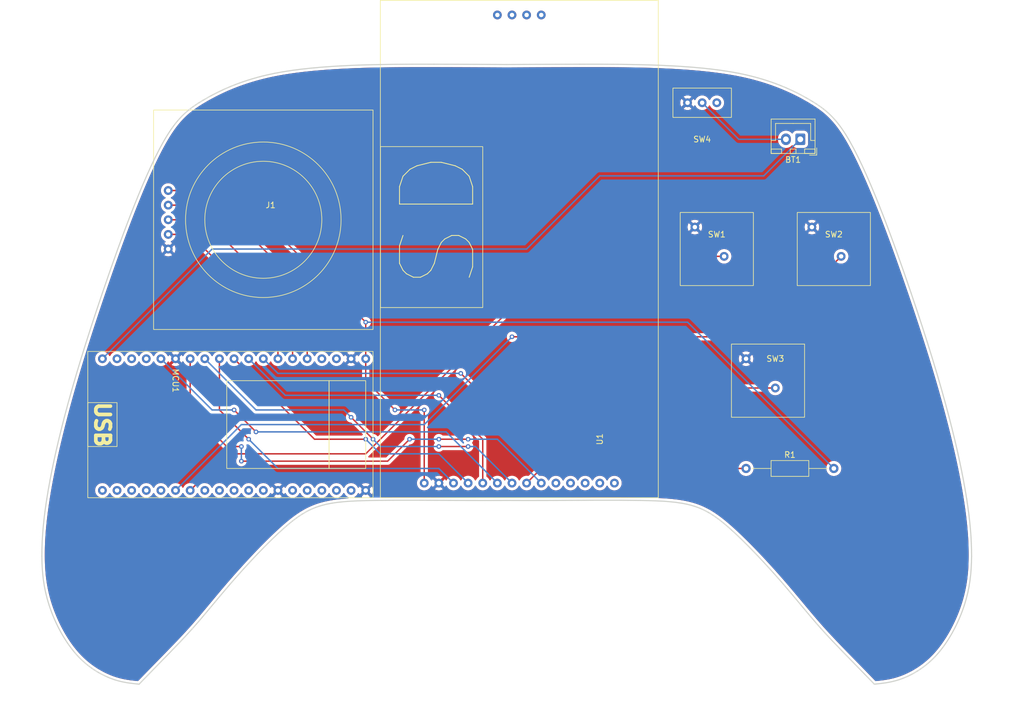
<source format=kicad_pcb>
(kicad_pcb (version 20211014) (generator pcbnew)
  (title_block (title "Rocket League 2D PCB") (date "2024-03-14") (rev "v0.6"))
  (layers (0 "F.Cu" signal) (31 "B.Cu" signal) (34 "B.Paste" user) (35 "F.Paste" user) (36 "B.SilkS" user "B.Silkscreen") (37 "F.SilkS" user "F.Silkscreen") (38 "B.Mask" user) (39 "F.Mask" user) (44 "Edge.Cuts" user))
  (net 0 "")
  (net 1 "VDC")
  (net 2 "Net-(BT1-Pad2)")
  (net 3 "+3V3")
  (net 4 "Net-(J1-Pad2)")
  (net 5 "Net-(J1-Pad3)")
  (net 6 "Net-(J1-Pad4)")
  (net 7 "GND")
  (net 10 "Net-(MCU1-Pad8)")
  (net 11 "Net-(MCU1-Pad9)")
  (net 12 "Net-(MCU1-Pad10)")
  (net 13 "Net-(MCU1-Pad11)")
  (net 14 "Net-(MCU1-Pad12)")
  (net 15 "Net-(MCU1-Pad13)")
  (net 16 "Net-(U1-Pad6)")
  (net 25 "Net-(MCU1-Pad25)")
  (net 26 "Net-(MCU1-Pad26)")
  (net 37 "Net-(U1-Pad8)")
  (footprint "Resistor_THT:R_Axial_DIN0207_L6.3mm_D2.5mm_P15.24mm_Horizontal" (layer "F.Cu") (at 187.96 104.14)
    (fp_text reference "R1" (at 7.62 -2.37) (layer "F.SilkS"))
    (fp_text value "330Ω")
    (fp_line (start 4.35 -1.37) (end 4.35 1.37) (layer "F.SilkS") (width 0.12))
    (fp_line (start 4.35 1.37) (end 10.89 1.37) (layer "F.SilkS") (width 0.12))
    (fp_line (start 10.89 -1.37) (end 4.35 -1.37) (layer "F.SilkS") (width 0.12))
    (fp_line (start 1.04 0) (end 4.35 0) (layer "F.SilkS") (width 0.12))
    (fp_line (start 10.89 1.37) (end 10.89 -1.37) (layer "F.SilkS") (width 0.12))
    (fp_line (start 14.2 0) (end 10.89 0) (layer "F.SilkS") (width 0.12))
    (pad "1" thru_hole circle (at 0 0) (size 1.6 1.6) (drill 0.8) (layers *.Cu *.Mask) (net 37 "Net-(U1-Pad8)"))
    (pad "2" thru_hole oval (at 15.24 0) (size 1.6 1.6) (drill 0.8) (layers *.Cu *.Mask) (net 3 "+3V3"))
  )
  (footprint "RL2D:FancyButton" (layer "F.Cu") (at 179.07 62.23)
    (fp_text reference "SW1" (at 3.81 1.27 unlocked) (layer "F.SilkS"))
    (fp_text value "SW_FancyButton")
    (fp_rect (start 10.16 -2.54) (end -2.54 10.16) (layer "F.SilkS") (width 0.12) (fill none))
    (pad "1" thru_hole circle (at 0 0) (size 1.524 1.524) (drill 0.762) (layers *.Cu *.Mask) (net 7 "GND"))
    (pad "2" thru_hole circle (at 5.08 5.08) (size 1.524 1.524) (drill 0.762) (layers *.Cu *.Mask) (net 26 "Net-(MCU1-Pad26)"))
  )
  (footprint "RL2D:ILI9341 2.8inch" (layer "F.Cu") (at 132.08 106.68 90)
    (fp_text reference "U1" (at 7.62 30.48 90 unlocked) (layer "F.SilkS"))
    (fp_text value "ILI9341 2.8\" TFT LCD")
    (fp_text user "SD" (at 45.72 2.54 90 unlocked) (layer "F.SilkS") (effects (font (size 12.7 12.7))))
    (fp_rect (start 83.82 -7.62) (end -2.54 40.64) (layer "F.SilkS") (width 0.12) (fill none))
    (fp_rect (start 58.42 -7.62) (end 30.48 10.16) (layer "F.SilkS") (width 0.12) (fill none))
    (pad "1" thru_hole circle (at 0 0 90) (size 1.524 1.524) (drill 0.762) (layers *.Cu *.Mask) (net 3 "+3V3"))
    (pad "2" thru_hole circle (at 0 2.54 90) (size 1.524 1.524) (drill 0.762) (layers *.Cu *.Mask) (net 7 "GND"))
    (pad "3" thru_hole circle (at 0 5.08 90) (size 1.524 1.524) (drill 0.762) (layers *.Cu *.Mask) (net 13 "Net-(MCU1-Pad11)"))
    (pad "4" thru_hole circle (at 0 7.62 90) (size 1.524 1.524) (drill 0.762) (layers *.Cu *.Mask) (net 12 "Net-(MCU1-Pad10)"))
    (pad "5" thru_hole circle (at 0 10.16 90) (size 1.524 1.524) (drill 0.762) (layers *.Cu *.Mask) (net 11 "Net-(MCU1-Pad9)"))
    (pad "6" thru_hole circle (at 0 12.7 90) (size 1.524 1.524) (drill 0.762) (layers *.Cu *.Mask) (net 16 "Net-(U1-Pad6)"))
    (pad "7" thru_hole circle (at 0 15.24 90) (size 1.524 1.524) (drill 0.762) (layers *.Cu *.Mask) (net 14 "Net-(MCU1-Pad12)"))
    (pad "8" thru_hole circle (at 0 17.78 90) (size 1.524 1.524) (drill 0.762) (layers *.Cu *.Mask) (net 37 "Net-(U1-Pad8)"))
    (pad "9" thru_hole circle (at 0 20.32 90) (size 1.524 1.524) (drill 0.762) (layers *.Cu *.Mask) (net 15 "Net-(MCU1-Pad13)"))
    (pad "10" thru_hole circle (at 0 22.86 90) (size 1.524 1.524) (drill 0.762) (layers *.Cu *.Mask))
    (pad "11" thru_hole circle (at 0 25.4 90) (size 1.524 1.524) (drill 0.762) (layers *.Cu *.Mask))
    (pad "12" thru_hole circle (at 0 27.94 90) (size 1.524 1.524) (drill 0.762) (layers *.Cu *.Mask))
    (pad "13" thru_hole circle (at 0 30.48 90) (size 1.524 1.524) (drill 0.762) (layers *.Cu *.Mask))
    (pad "14" thru_hole circle (at 0 33.02 90) (size 1.524 1.524) (drill 0.762) (layers *.Cu *.Mask))
    (pad "15" thru_hole circle (at 81.28 12.7 90) (size 1.524 1.524) (drill 0.762) (layers *.Cu *.Mask))
    (pad "16" thru_hole circle (at 81.28 15.24 90) (size 1.524 1.524) (drill 0.762) (layers *.Cu *.Mask))
    (pad "17" thru_hole circle (at 81.28 17.78 90) (size 1.524 1.524) (drill 0.762) (layers *.Cu *.Mask))
    (pad "18" thru_hole circle (at 81.28 20.32 90) (size 1.524 1.524) (drill 0.762) (layers *.Cu *.Mask))
  )
  (footprint "RL2D:FancyButton" (layer "F.Cu") (at 199.39 62.23)
    (fp_text reference "SW2" (at 3.81 1.27 unlocked) (layer "F.SilkS"))
    (fp_text value "SW_FancyButton")
    (fp_rect (start 10.16 -2.54) (end -2.54 10.16) (layer "F.SilkS") (width 0.12) (fill none))
    (pad "1" thru_hole circle (at 0 0) (size 1.524 1.524) (drill 0.762) (layers *.Cu *.Mask) (net 7 "GND"))
    (pad "2" thru_hole circle (at 5.08 5.08) (size 1.524 1.524) (drill 0.762) (layers *.Cu *.Mask) (net 25 "Net-(MCU1-Pad25)"))
  )
  (footprint "RL2D:Joystick" (layer "F.Cu") (at 104.14 60.96)
    (fp_text reference "J1" (at 1.27 -2.54 unlocked) (layer "F.SilkS"))
    (fp_text value "Steer_Joystick")
    (fp_rect (start 19.05 -19.05) (end -19.05 19.05) (layer "F.SilkS") (width 0.12) (fill none))
    (fp_circle (center 0 0) (end 0 10.16) (layer "F.SilkS") (width 0.12) (fill none))
    (fp_circle (center 0 0) (end -10.16 8.89) (layer "F.SilkS") (width 0.12) (fill none))
    (pad "1" thru_hole circle (at -16.51 -5.08) (size 1.524 1.524) (drill 0.762) (layers *.Cu *.Mask) (net 3 "+3V3"))
    (pad "2" thru_hole circle (at -16.51 -2.54) (size 1.524 1.524) (drill 0.762) (layers *.Cu *.Mask) (net 4 "Net-(J1-Pad2)"))
    (pad "3" thru_hole circle (at -16.51 0) (size 1.524 1.524) (drill 0.762) (layers *.Cu *.Mask) (net 5 "Net-(J1-Pad3)"))
    (pad "4" thru_hole circle (at -16.51 2.54) (size 1.524 1.524) (drill 0.762) (layers *.Cu *.Mask) (net 6 "Net-(J1-Pad4)"))
    (pad "5" thru_hole circle (at -16.51 5.08) (size 1.524 1.524) (drill 0.762) (layers *.Cu *.Mask) (net 7 "GND"))
  )
  (footprint "RL2D:FancyButton" (layer "F.Cu") (at 187.96 85.09)
    (fp_text reference "SW3" (at 5.08 0 unlocked) (layer "F.SilkS"))
    (fp_text value "SW_FancyButton")
    (fp_rect (start 10.16 -2.54) (end -2.54 10.16) (layer "F.SilkS") (width 0.12) (fill none))
    (pad "1" thru_hole circle (at 0 0) (size 1.524 1.524) (drill 0.762) (layers *.Cu *.Mask) (net 7 "GND"))
    (pad "2" thru_hole circle (at 5.08 5.08) (size 1.524 1.524) (drill 0.762) (layers *.Cu *.Mask) (net 10 "Net-(MCU1-Pad8)"))
  )
  (footprint "RL2D:ESP32" (layer "F.Cu") (at 121.92 85.09 -90)
    (fp_text reference "MCU1" (at 3.81 33.02 -90 unlocked) (layer "F.SilkS"))
    (fp_text value "ESP32_WROOM-32")
    (fp_text user "USB" (at 11.43 45.72 -90 unlocked) (layer "F.SilkS") (effects (font (size 2.54 2.54) (thickness 0.635))))
    (fp_rect (start 3.81 6.35) (end 19.05 24.13) (layer "F.SilkS") (width 0.12) (fill none))
    (fp_rect (start -1.27 -1.27) (end 24.13 48.26) (layer "F.SilkS") (width 0.12) (fill none))
    (fp_rect (start 7.62 48.26) (end 15.24 43.18) (layer "F.SilkS") (width 0.12) (fill none))
    (fp_rect (start 3.81 6.35) (end 19.05 0) (layer "F.SilkS") (width 0.12) (fill none))
    (pad "1" thru_hole circle (at 0 0 270) (size 1.524 1.524) (drill 0.762) (layers *.Cu *.Mask) (net 3 "+3V3"))
    (pad "2" thru_hole circle (at 0 33.02 270) (size 1.524 1.524) (drill 0.762) (layers *.Cu *.Mask) (net 7 "GND"))
    (pad "2" thru_hole circle (at 0 2.54 270) (size 1.524 1.524) (drill 0.762) (layers *.Cu *.Mask) (net 7 "GND"))
    (pad "2" thru_hole circle (at 22.86 0 270) (size 1.524 1.524) (drill 0.762) (layers *.Cu *.Mask) (net 7 "GND"))
    (pad "2" thru_hole circle (at 22.86 15.24 270) (size 1.524 1.524) (drill 0.762) (layers *.Cu *.Mask) (net 7 "GND"))
    (pad "3" thru_hole circle (at 0 5.08 270) (size 1.524 1.524) (drill 0.762) (layers *.Cu *.Mask))
    (pad "4" thru_hole circle (at 0 7.62 270) (size 1.524 1.524) (drill 0.762) (layers *.Cu *.Mask))
    (pad "5" thru_hole circle (at 0 10.16 270) (size 1.524 1.524) (drill 0.762) (layers *.Cu *.Mask) (net 4 "Net-(J1-Pad2)"))
    (pad "6" thru_hole circle (at 0 12.7 270) (size 1.524 1.524) (drill 0.762) (layers *.Cu *.Mask) (net 5 "Net-(J1-Pad3)"))
    (pad "7" thru_hole circle (at 0 15.24 270) (size 1.524 1.524) (drill 0.762) (layers *.Cu *.Mask) (net 6 "Net-(J1-Pad4)"))
    (pad "8" thru_hole circle (at 0 17.78 270) (size 1.524 1.524) (drill 0.762) (layers *.Cu *.Mask) (net 10 "Net-(MCU1-Pad8)"))
    (pad "9" thru_hole circle (at 0 20.32 270) (size 1.524 1.524) (drill 0.762) (layers *.Cu *.Mask) (net 11 "Net-(MCU1-Pad9)"))
    (pad "10" thru_hole circle (at 0 22.86 270) (size 1.524 1.524) (drill 0.762) (layers *.Cu *.Mask) (net 12 "Net-(MCU1-Pad10)"))
    (pad "11" thru_hole circle (at 0 25.4 270) (size 1.524 1.524) (drill 0.762) (layers *.Cu *.Mask) (net 13 "Net-(MCU1-Pad11)"))
    (pad "12" thru_hole circle (at 0 27.94 270) (size 1.524 1.524) (drill 0.762) (layers *.Cu *.Mask) (net 14 "Net-(MCU1-Pad12)"))
    (pad "13" thru_hole circle (at 0 30.48 270) (size 1.524 1.524) (drill 0.762) (layers *.Cu *.Mask) (net 15 "Net-(MCU1-Pad13)"))
    (pad "15" thru_hole circle (at 0 35.56 270) (size 1.524 1.524) (drill 0.762) (layers *.Cu *.Mask) (net 16 "Net-(U1-Pad6)"))
    (pad "16" thru_hole circle (at 0 38.1 270) (size 1.524 1.524) (drill 0.762) (layers *.Cu *.Mask))
    (pad "17" thru_hole circle (at 0 40.64 270) (size 1.524 1.524) (drill 0.762) (layers *.Cu *.Mask))
    (pad "18" thru_hole circle (at 0 43.18 270) (size 1.524 1.524) (drill 0.762) (layers *.Cu *.Mask))
    (pad "19" thru_hole circle (at 0 45.72 270) (size 1.524 1.524) (drill 0.762) (layers *.Cu *.Mask) (net 1 "VDC"))
    (pad "20" thru_hole circle (at 22.86 45.72 270) (size 1.524 1.524) (drill 0.762) (layers *.Cu *.Mask))
    (pad "21" thru_hole circle (at 22.86 43.18 270) (size 1.524 1.524) (drill 0.762) (layers *.Cu *.Mask))
    (pad "22" thru_hole circle (at 22.86 40.64 270) (size 1.524 1.524) (drill 0.762) (layers *.Cu *.Mask))
    (pad "23" thru_hole circle (at 22.86 38.1 270) (size 1.524 1.524) (drill 0.762) (layers *.Cu *.Mask))
    (pad "24" thru_hole circle (at 22.86 35.56 270) (size 1.524 1.524) (drill 0.762) (layers *.Cu *.Mask))
    (pad "25" thru_hole circle (at 22.86 33.02 270) (size 1.524 1.524) (drill 0.762) (layers *.Cu *.Mask) (net 25 "Net-(MCU1-Pad25)"))
    (pad "26" thru_hole circle (at 22.86 30.48 270) (size 1.524 1.524) (drill 0.762) (layers *.Cu *.Mask) (net 26 "Net-(MCU1-Pad26)"))
    (pad "27" thru_hole circle (at 22.86 27.94 270) (size 1.524 1.524) (drill 0.762) (layers *.Cu *.Mask))
    (pad "28" thru_hole circle (at 22.86 25.4 270) (size 1.524 1.524) (drill 0.762) (layers *.Cu *.Mask))
    (pad "29" thru_hole circle (at 22.86 22.86 270) (size 1.524 1.524) (drill 0.762) (layers *.Cu *.Mask))
    (pad "30" thru_hole circle (at 22.86 20.32 270) (size 1.524 1.524) (drill 0.762) (layers *.Cu *.Mask))
    (pad "31" thru_hole circle (at 22.86 17.78 270) (size 1.524 1.524) (drill 0.762) (layers *.Cu *.Mask))
    (pad "33" thru_hole circle (at 22.86 12.7 270) (size 1.524 1.524) (drill 0.762) (layers *.Cu *.Mask))
    (pad "34" thru_hole circle (at 22.86 10.16 270) (size 1.524 1.524) (drill 0.762) (layers *.Cu *.Mask))
    (pad "35" thru_hole circle (at 22.86 7.62 270) (size 1.524 1.524) (drill 0.762) (layers *.Cu *.Mask))
    (pad "36" thru_hole circle (at 22.86 5.08 270) (size 1.524 1.524) (drill 0.762) (layers *.Cu *.Mask))
    (pad "37" thru_hole circle (at 22.86 2.54 270) (size 1.524 1.524) (drill 0.762) (layers *.Cu *.Mask))
  )
  (footprint "Connector_JST:JST_XH_B2B-XH-A_1x02_P2.50mm_Vertical" (layer "F.Cu") (at 197.38 46.985 180)
    (fp_text reference "BT1" (at 1.25 -3.55) (layer "F.SilkS"))
    (fp_text value "9V Battery")
    (fp_line (start -1.8 -0.2) (end -1.8 2.75) (layer "F.SilkS") (width 0.12))
    (fp_line (start 4.3 -0.2) (end 4.3 2.75) (layer "F.SilkS") (width 0.12))
    (fp_line (start 5.05 -1.7) (end 5.05 -2.45) (layer "F.SilkS") (width 0.12))
    (fp_line (start -1.8 2.75) (end 1.25 2.75) (layer "F.SilkS") (width 0.12))
    (fp_line (start -2.55 -1.7) (end -0.75 -1.7) (layer "F.SilkS") (width 0.12))
    (fp_line (start -1.6 -2.75) (end -2.85 -2.75) (layer "F.SilkS") (width 0.12))
    (fp_line (start -2.56 -2.46) (end -2.56 3.51) (layer "F.SilkS") (width 0.12))
    (fp_line (start 5.05 -0.2) (end 4.3 -0.2) (layer "F.SilkS") (width 0.12))
    (fp_line (start -2.56 3.51) (end 5.06 3.51) (layer "F.SilkS") (width 0.12))
    (fp_line (start -2.55 -2.45) (end -2.55 -1.7) (layer "F.SilkS") (width 0.12))
    (fp_line (start 4.3 2.75) (end 1.25 2.75) (layer "F.SilkS") (width 0.12))
    (fp_line (start 0.75 -2.45) (end 0.75 -1.7) (layer "F.SilkS") (width 0.12))
    (fp_line (start 0.75 -1.7) (end 1.75 -1.7) (layer "F.SilkS") (width 0.12))
    (fp_line (start 5.06 -2.46) (end -2.56 -2.46) (layer "F.SilkS") (width 0.12))
    (fp_line (start -0.75 -1.7) (end -0.75 -2.45) (layer "F.SilkS") (width 0.12))
    (fp_line (start 3.25 -2.45) (end 3.25 -1.7) (layer "F.SilkS") (width 0.12))
    (fp_line (start -2.85 -2.75) (end -2.85 -1.5) (layer "F.SilkS") (width 0.12))
    (fp_line (start 5.05 -2.45) (end 3.25 -2.45) (layer "F.SilkS") (width 0.12))
    (fp_line (start -2.55 -0.2) (end -1.8 -0.2) (layer "F.SilkS") (width 0.12))
    (fp_line (start -0.75 -2.45) (end -2.55 -2.45) (layer "F.SilkS") (width 0.12))
    (fp_line (start 1.75 -2.45) (end 0.75 -2.45) (layer "F.SilkS") (width 0.12))
    (fp_line (start 1.75 -1.7) (end 1.75 -2.45) (layer "F.SilkS") (width 0.12))
    (fp_line (start 3.25 -1.7) (end 5.05 -1.7) (layer "F.SilkS") (width 0.12))
    (fp_line (start 5.06 3.51) (end 5.06 -2.46) (layer "F.SilkS") (width 0.12))
    (pad "1" thru_hole roundrect (at 0 0 180) (size 1.7 2) (drill 1) (layers *.Cu *.Mask) (roundrect_rratio 0.1470588235) (net 1 "VDC"))
    (pad "2" thru_hole oval (at 2.5 0 180) (size 1.7 2) (drill 1) (layers *.Cu *.Mask) (net 2 "Net-(BT1-Pad2)"))
  )
  (footprint "RL2D:Switch" (layer "F.Cu") (at 180.34 40.64)
    (fp_text reference "SW4" (at 0 6.35 unlocked) (layer "F.SilkS"))
    (fp_text value "SW_On")
    (fp_rect (start 5.08 -2.54) (end -5.08 2.54) (layer "F.SilkS") (width 0.12) (fill none))
    (pad "1" thru_hole circle (at -2.54 0) (size 1.524 1.524) (drill 0.762) (layers *.Cu *.Mask) (net 7 "GND"))
    (pad "2" thru_hole circle (at 0 0) (size 1.524 1.524) (drill 0.762) (layers *.Cu *.Mask) (net 2 "Net-(BT1-Pad2)"))
    (pad "3" thru_hole circle (at 2.54 0) (size 1.524 1.524) (drill 0.762) (layers *.Cu *.Mask))
  )
  (gr_curve (pts (xy 65.690911 119.389747) (xy 65.673378 116.301333) (xy 65.976613 113.030483) (xy 66.53888 109.437545)) (layer "Edge.Cuts") (width 0.2))
  (gr_curve (pts (xy 113.94624 110.661636) (xy 111.793264 111.327976) (xy 110.058089 112.468271) (xy 107.946999 114.311035)) (layer "Edge.Cuts") (width 0.2))
  (gr_curve (pts (xy 199.164277 40.224188) (xy 196.17043 38.442686) (xy 192.186048 36.624161) (xy 186.745879 35.538823)) (layer "Edge.Cuts") (width 0.2))
  (gr_curve (pts (xy 184.862725 114.311035) (xy 187.813966 116.887163) (xy 191.499868 120.836141) (xy 194.394927 124.183536)) (layer "Edge.Cuts") (width 0.2))
  (gr_curve (pts (xy 225.874428 127.846145) (xy 226.811875 124.947613) (xy 227.102593 122.24674) (xy 227.118813 119.389747)) (layer "Edge.Cuts") (width 0.2))
  (gr_curve (pts (xy 138.29378 109.697088) (xy 133.874526 109.678591) (xy 127.958315 109.622383) (xy 123.193033 109.697088)) (layer "Edge.Cuts") (width 0.2))
  (gr_curve (pts (xy 214.542507 140.812413) (xy 216.537325 140.156348) (xy 218.799712 138.881605) (xy 220.727167 136.870864)) (layer "Edge.Cuts") (width 0.2))
  (gr_curve (pts (xy 220.727167 136.870864) (xy 223.021269 134.477632) (xy 224.840897 131.041762) (xy 225.874428 127.846145)) (layer "Edge.Cuts") (width 0.2))
  (gr_curve (pts (xy 123.193033 109.697088) (xy 119.453994 109.755704) (xy 116.423538 109.894919) (xy 113.94624 110.661636)) (layer "Edge.Cuts") (width 0.2))
  (gr_curve (pts (xy 91.785822 131.995276) (xy 89.259841 134.817331) (xy 86.337133 137.682426) (xy 82.572044 141.595179)) (layer "Edge.Cuts") (width 0.2))
  (gr_curve (pts (xy 216.609724 73.66) (xy 213.312982 63.971236) (xy 208.962999 52.078683) (xy 205.30495 46.216727)) (layer "Edge.Cuts") (width 0.2))
  (gr_curve (pts (xy 82.572044 141.595179) (xy 81.189184 141.456797) (xy 79.808017 141.319158) (xy 78.267217 140.812413)) (layer "Edge.Cuts") (width 0.2))
  (gr_curve (pts (xy 159.03565 33.948694) (xy 153.010196 33.959243) (xy 147.885436 33.993415) (xy 146.404862 34.002618)) (layer "Edge.Cuts") (width 0.2))
  (gr_curve (pts (xy 93.645447 40.224188) (xy 96.639294 38.442686) (xy 100.623676 36.624161) (xy 106.063845 35.538823)) (layer "Edge.Cuts") (width 0.2))
  (gr_curve (pts (xy 78.267217 140.812413) (xy 76.272399 140.156348) (xy 74.010012 138.881605) (xy 72.082557 136.870864)) (layer "Edge.Cuts") (width 0.2))
  (gr_curve (pts (xy 98.414797 124.183536) (xy 95.913352 127.075817) (xy 94.002322 129.518977) (xy 91.785822 131.995276)) (layer "Edge.Cuts") (width 0.2))
  (gr_curve (pts (xy 146.404862 109.697088) (xy 143.967393 109.703944) (xy 141.532617 109.710644) (xy 138.29378 109.697088)) (layer "Edge.Cuts") (width 0.2))
  (gr_curve (pts (xy 87.504774 46.216727) (xy 89.471575 43.064964) (xy 91.23835 41.656543) (xy 93.645447 40.224188)) (layer "Edge.Cuts") (width 0.2))
  (gr_curve (pts (xy 226.270844 109.437545) (xy 225.591923 105.099181) (xy 224.535339 100.291218) (xy 223.206931 95.200794)) (layer "Edge.Cuts") (width 0.2))
  (gr_curve (pts (xy 107.946999 114.311035) (xy 104.995758 116.887163) (xy 101.309856 120.836141) (xy 98.414797 124.183536)) (layer "Edge.Cuts") (width 0.2))
  (gr_curve (pts (xy 69.602793 95.200794) (xy 71.255042 88.86942) (xy 73.3278 82.101082) (xy 76.2 73.66)) (layer "Edge.Cuts") (width 0.2))
  (gr_curve (pts (xy 66.53888 109.437545) (xy 67.217801 105.099181) (xy 68.274385 100.291218) (xy 69.602793 95.200794)) (layer "Edge.Cuts") (width 0.2))
  (gr_curve (pts (xy 205.30495 46.216727) (xy 203.338149 43.064964) (xy 201.571374 41.656543) (xy 199.164277 40.224188)) (layer "Edge.Cuts") (width 0.2))
  (gr_curve (pts (xy 201.023902 131.995276) (xy 203.549883 134.817331) (xy 206.472591 137.682426) (xy 210.23768 141.595179)) (layer "Edge.Cuts") (width 0.2))
  (gr_curve (pts (xy 72.082557 136.870864) (xy 69.788455 134.477632) (xy 67.968827 131.041762) (xy 66.935296 127.846145)) (layer "Edge.Cuts") (width 0.2))
  (gr_curve (pts (xy 76.2 73.66) (xy 79.496742 63.971236) (xy 83.846725 52.078683) (xy 87.504774 46.216727)) (layer "Edge.Cuts") (width 0.2))
  (gr_curve (pts (xy 210.23768 141.595179) (xy 211.62054 141.456797) (xy 213.001707 141.319158) (xy 214.542507 140.812413)) (layer "Edge.Cuts") (width 0.2))
  (gr_curve (pts (xy 223.206931 95.200794) (xy 221.554682 88.86942) (xy 219.481924 82.101082) (xy 216.609724 73.66)) (layer "Edge.Cuts") (width 0.2))
  (gr_curve (pts (xy 169.616691 109.697088) (xy 173.35573 109.755704) (xy 176.386186 109.894919) (xy 178.863484 110.661636)) (layer "Edge.Cuts") (width 0.2))
  (gr_curve (pts (xy 133.774074 33.948694) (xy 139.799528 33.959243) (xy 144.924288 33.993415) (xy 146.404862 34.002618)) (layer "Edge.Cuts") (width 0.2))
  (gr_curve (pts (xy 146.404862 109.697088) (xy 148.842331 109.703944) (xy 151.277107 109.710644) (xy 154.515944 109.697088)) (layer "Edge.Cuts") (width 0.2))
  (gr_curve (pts (xy 66.935296 127.846145) (xy 65.997849 124.947613) (xy 65.707131 122.24674) (xy 65.690911 119.389747)) (layer "Edge.Cuts") (width 0.2))
  (gr_curve (pts (xy 186.745879 35.538823) (xy 178.878921 33.969331) (xy 167.967668 33.933057) (xy 159.03565 33.948694)) (layer "Edge.Cuts") (width 0.2))
  (gr_curve (pts (xy 154.515944 109.697088) (xy 158.935198 109.678591) (xy 164.851409 109.622383) (xy 169.616691 109.697088)) (layer "Edge.Cuts") (width 0.2))
  (gr_curve (pts (xy 106.063845 35.538823) (xy 113.930803 33.969331) (xy 124.842056 33.933057) (xy 133.774074 33.948694)) (layer "Edge.Cuts") (width 0.2))
  (gr_curve (pts (xy 178.863484 110.661636) (xy 181.01646 111.327976) (xy 182.751635 112.468271) (xy 184.862725 114.311035)) (layer "Edge.Cuts") (width 0.2))
  (gr_curve (pts (xy 194.394927 124.183536) (xy 196.896372 127.075817) (xy 198.807402 129.518977) (xy 201.023902 131.995276)) (layer "Edge.Cuts") (width 0.2))
  (gr_curve (pts (xy 227.118813 119.389747) (xy 227.136346 116.301333) (xy 226.833111 113.030483) (xy 226.270844 109.437545)) (layer "Edge.Cuts") (width 0.2))
  (segment (start 76.2 85.09) (end 95.25 66.04) (width 0.25) (layer "B.Cu") (net 1))
  (segment (start 191.025 53.34) (end 197.38 46.985) (width 0.25) (layer "B.Cu") (net 1))
  (segment (start 162.56 53.34) (end 191.025 53.34) (width 0.25) (layer "B.Cu") (net 1))
  (segment (start 149.86 66.04) (end 162.56 53.34) (width 0.25) (layer "B.Cu") (net 1))
  (segment (start 95.25 66.04) (end 149.86 66.04) (width 0.25) (layer "B.Cu") (net 1))
  (segment (start 194.88 46.985) (end 186.685 46.985) (width 0.25) (layer "B.Cu") (net 2))
  (segment (start 186.685 46.985) (end 180.34 40.64) (width 0.25) (layer "B.Cu") (net 2))
  (segment (start 127 93.98) (end 121.92 88.9) (width 0.25) (layer "F.Cu") (net 3))
  (segment (start 132.08 106.68) (end 132.08 93.98) (width 0.25) (layer "F.Cu") (net 3))
  (segment (start 87.63 55.88) (end 99.06 55.88) (width 0.25) (layer "F.Cu") (net 3))
  (segment (start 121.92 88.9) (end 121.92 85.09) (width 0.25) (layer "F.Cu") (net 3))
  (segment (start 121.92 78.74) (end 121.92 85.09) (width 0.25) (layer "F.Cu") (net 3))
  (segment (start 99.06 55.88) (end 121.92 78.74) (width 0.25) (layer "F.Cu") (net 3))
  (via (at 132.08 93.98) (size 0.8) (drill 0.4) (layers "F.Cu" "B.Cu") (net 3))
  (via (at 127 93.98) (size 0.8) (drill 0.4) (layers "F.Cu" "B.Cu") (net 3))
  (via (at 121.92 78.74) (size 0.8) (drill 0.4) (layers "F.Cu" "B.Cu") (net 3))
  (segment (start 177.8 78.74) (end 121.92 78.74) (width 0.25) (layer "B.Cu") (net 3))
  (segment (start 203.2 104.14) (end 177.8 78.74) (width 0.25) (layer "B.Cu") (net 3))
  (segment (start 132.08 93.98) (end 127 93.98) (width 0.25) (layer "B.Cu") (net 3))
  (segment (start 87.63 58.42) (end 96.52 58.42) (width 0.25) (layer "F.Cu") (net 4))
  (segment (start 111.76 73.66) (end 111.76 85.09) (width 0.25) (layer "F.Cu") (net 4))
  (segment (start 96.52 58.42) (end 111.76 73.66) (width 0.25) (layer "F.Cu") (net 4))
  (segment (start 87.63 60.96) (end 93.98 60.96) (width 0.25) (layer "F.Cu") (net 5))
  (segment (start 93.98 60.96) (end 109.22 76.2) (width 0.25) (layer "F.Cu") (net 5))
  (segment (start 109.22 76.2) (end 109.22 85.09) (width 0.25) (layer "F.Cu") (net 5))
  (segment (start 106.68 78.74) (end 106.68 85.09) (width 0.25) (layer "F.Cu") (net 6))
  (segment (start 91.44 63.5) (end 106.68 78.74) (width 0.25) (layer "F.Cu") (net 6))
  (segment (start 87.63 63.5) (end 91.44 63.5) (width 0.25) (layer "F.Cu") (net 6))
  (segment (start 140.97 90.17) (end 138.43 87.63) (width 0.25) (layer "F.Cu") (net 10))
  (segment (start 193.04 90.17) (end 160.02 90.17) (width 0.25) (layer "F.Cu") (net 10))
  (segment (start 160.02 90.17) (end 140.97 90.17) (width 0.25) (layer "F.Cu") (net 10))
  (via (at 138.43 87.63) (size 0.8) (drill 0.4) (layers "F.Cu" "B.Cu") (net 10))
  (segment (start 138.43 87.63) (end 106.68 87.63) (width 0.25) (layer "B.Cu") (net 10))
  (segment (start 106.68 87.63) (end 104.14 85.09) (width 0.25) (layer "B.Cu") (net 10))
  (segment (start 134.62 91.44) (end 142.24 99.06) (width 0.25) (layer "F.Cu") (net 11))
  (segment (start 142.24 99.06) (end 142.24 106.68) (width 0.25) (layer "F.Cu") (net 11))
  (via (at 134.62 91.44) (size 0.8) (drill 0.4) (layers "F.Cu" "B.Cu") (net 11))
  (segment (start 101.6 85.09) (end 107.95 91.44) (width 0.25) (layer "B.Cu") (net 11))
  (segment (start 107.95 91.44) (end 134.62 91.44) (width 0.25) (layer "B.Cu") (net 11))
  (segment (start 121.92 99.06) (end 113.03 99.06) (width 0.25) (layer "F.Cu") (net 12))
  (segment (start 113.03 99.06) (end 99.06 85.09) (width 0.25) (layer "F.Cu") (net 12))
  (via (at 121.92 99.06) (size 0.8) (drill 0.4) (layers "F.Cu" "B.Cu") (net 12))
  (segment (start 134.62 101.6) (end 127 101.6) (width 0.25) (layer "B.Cu") (net 12))
  (segment (start 124.46 101.6) (end 121.92 99.06) (width 0.25) (layer "B.Cu") (net 12))
  (segment (start 127 101.6) (end 124.46 101.6) (width 0.25) (layer "B.Cu") (net 12))
  (segment (start 139.7 106.68) (end 134.62 101.6) (width 0.25) (layer "B.Cu") (net 12))
  (segment (start 101.6 99.06) (end 96.52 93.98) (width 0.25) (layer "F.Cu") (net 13))
  (segment (start 96.52 93.98) (end 96.52 85.09) (width 0.25) (layer "F.Cu") (net 13))
  (via (at 101.6 99.06) (size 0.8) (drill 0.4) (layers "F.Cu" "B.Cu") (net 13))
  (segment (start 134.62 104.14) (end 106.68 104.14) (width 0.25) (layer "B.Cu") (net 13))
  (segment (start 106.68 104.14) (end 101.6 99.06) (width 0.25) (layer "B.Cu") (net 13))
  (segment (start 137.16 106.68) (end 134.62 104.14) (width 0.25) (layer "B.Cu") (net 13))
  (segment (start 139.7 100.33) (end 134.62 100.33) (width 0.25) (layer "F.Cu") (net 14))
  (segment (start 123.19 99.06) (end 119.38 95.25) (width 0.25) (layer "F.Cu") (net 14))
  (via (at 119.38 95.25) (size 0.8) (drill 0.4) (layers "F.Cu" "B.Cu") (net 14))
  (via (at 123.19 99.06) (size 0.8) (drill 0.4) (layers "F.Cu" "B.Cu") (net 14))
  (via (at 134.62 100.33) (size 0.8) (drill 0.4) (layers "F.Cu" "B.Cu") (net 14))
  (via (at 139.7 100.33) (size 0.8) (drill 0.4) (layers "F.Cu" "B.Cu") (net 14))
  (segment (start 124.46 100.33) (end 123.19 99.06) (width 0.25) (layer "B.Cu") (net 14))
  (segment (start 118.11 93.98) (end 102.87 93.98) (width 0.25) (layer "B.Cu") (net 14))
  (segment (start 140.97 100.33) (end 139.7 100.33) (width 0.25) (layer "B.Cu") (net 14))
  (segment (start 102.87 93.98) (end 93.98 85.09) (width 0.25) (layer "B.Cu") (net 14))
  (segment (start 147.32 106.68) (end 140.97 100.33) (width 0.25) (layer "B.Cu") (net 14))
  (segment (start 119.38 95.25) (end 118.11 93.98) (width 0.25) (layer "B.Cu") (net 14))
  (segment (start 134.62 100.33) (end 124.46 100.33) (width 0.25) (layer "B.Cu") (net 14))
  (segment (start 125.73 102.87) (end 100.33 102.87) (width 0.25) (layer "F.Cu") (net 15))
  (segment (start 91.44 93.98) (end 91.44 85.09) (width 0.25) (layer "F.Cu") (net 15))
  (segment (start 129.54 99.06) (end 125.73 102.87) (width 0.25) (layer "F.Cu") (net 15))
  (segment (start 100.33 100.33) (end 97.79 100.33) (width 0.25) (layer "F.Cu") (net 15))
  (segment (start 97.79 100.33) (end 91.44 93.98) (width 0.25) (layer "F.Cu") (net 15))
  (segment (start 139.7 99.06) (end 134.62 99.06) (width 0.25) (layer "F.Cu") (net 15))
  (via (at 100.33 100.33) (size 0.8) (drill 0.4) (layers "F.Cu" "B.Cu") (net 15))
  (via (at 134.62 99.06) (size 0.8) (drill 0.4) (layers "F.Cu" "B.Cu") (net 15))
  (via (at 100.33 102.87) (size 0.8) (drill 0.4) (layers "F.Cu" "B.Cu") (net 15))
  (via (at 129.54 99.06) (size 0.8) (drill 0.4) (layers "F.Cu" "B.Cu") (net 15))
  (via (at 139.7 99.06) (size 0.8) (drill 0.4) (layers "F.Cu" "B.Cu") (net 15))
  (segment (start 152.4 106.68) (end 144.78 99.06) (width 0.25) (layer "B.Cu") (net 15))
  (segment (start 100.33 102.87) (end 100.33 100.33) (width 0.25) (layer "B.Cu") (net 15))
  (segment (start 134.62 99.06) (end 129.54 99.06) (width 0.25) (layer "B.Cu") (net 15))
  (segment (start 144.78 99.06) (end 139.7 99.06) (width 0.25) (layer "B.Cu") (net 15))
  (segment (start 102.87 97.79) (end 99.06 93.98) (width 0.25) (layer "F.Cu") (net 16))
  (via (at 102.87 97.79) (size 0.8) (drill 0.4) (layers "F.Cu" "B.Cu") (net 16))
  (via (at 99.06 93.98) (size 0.8) (drill 0.4) (layers "F.Cu" "B.Cu") (net 16))
  (segment (start 99.06 93.98) (end 95.25 93.98) (width 0.25) (layer "B.Cu") (net 16))
  (segment (start 95.25 93.98) (end 86.36 85.09) (width 0.25) (layer "B.Cu") (net 16))
  (segment (start 144.78 106.68) (end 135.89 97.79) (width 0.25) (layer "B.Cu") (net 16))
  (segment (start 124.46 97.79) (end 102.87 97.79) (width 0.25) (layer "B.Cu") (net 16))
  (segment (start 135.89 97.79) (end 124.46 97.79) (width 0.25) (layer "B.Cu") (net 16))
  (segment (start 190.5 81.28) (end 147.32 81.28) (width 0.25) (layer "F.Cu") (net 25))
  (segment (start 204.47 67.31) (end 190.5 81.28) (width 0.25) (layer "F.Cu") (net 25))
  (via (at 147.32 81.28) (size 0.8) (drill 0.4) (layers "F.Cu" "B.Cu") (net 25))
  (segment (start 147.32 81.28) (end 132.08 96.52) (width 0.25) (layer "B.Cu") (net 25))
  (segment (start 100.33 96.52) (end 88.9 107.95) (width 0.25) (layer "B.Cu") (net 25))
  (segment (start 132.08 96.52) (end 100.33 96.52) (width 0.25) (layer "B.Cu") (net 25))
  (segment (start 184.15 67.31) (end 156.21 67.31) (width 0.25) (layer "F.Cu") (net 26))
  (segment (start 97.79 101.6) (end 91.44 107.95) (width 0.25) (layer "F.Cu") (net 26))
  (segment (start 121.92 101.6) (end 97.79 101.6) (width 0.25) (layer "F.Cu") (net 26))
  (segment (start 156.21 67.31) (end 121.92 101.6) (width 0.25) (layer "F.Cu") (net 26))
  (segment (start 187.96 104.14) (end 152.4 104.14) (width 0.25) (layer "F.Cu") (net 37))
  (segment (start 152.4 104.14) (end 149.86 106.68) (width 0.25) (layer "F.Cu") (net 37))
  (zone (net 7) (net_name "GND") (layers F&B.Cu) (connect_pads (clearance 0.508)) (min_thickness 0.254) (fill yes (thermal_gap 0.508) (thermal_bridge_width 0.508))
    (polygon (pts (xy 236.22 146.05) (xy 58.42 146.05) (xy 58.42 27.94) (xy 234.95 27.94)))
  )
)
</source>
